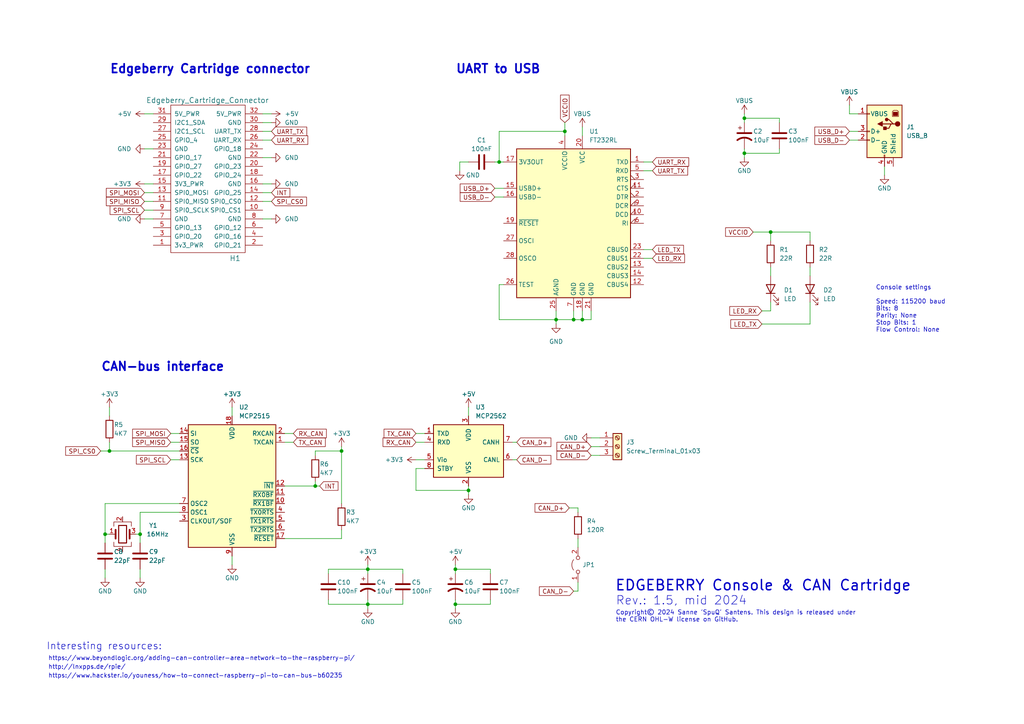
<source format=kicad_sch>
(kicad_sch (version 20231120) (generator "eeschema") (generator_version "8.0")
  (paper "A4")
  (lib_symbols
    (symbol "Connector:Screw_Terminal_01x03" (pin_names (offset 1.016) hide)
      (property "Reference" "J" (at 0 5.08 0))
      (property "Value" "Screw_Terminal_01x03" (at 0 -5.08 0))
      (symbol "Screw_Terminal_01x03_1_1"
        (rectangle (start -1.27 3.81) (end 1.27 -3.81) (stroke (width 0.254)) (fill (type background)))
        (circle (center 0 -2.54) (radius 0.635) (stroke (width 0.1524)))
        (polyline (pts (xy -0.5334 -2.2098) (xy 0.3302 -3.048)) (stroke (width 0.1524)))
        (polyline (pts (xy -0.5334 0.3302) (xy 0.3302 -0.508)) (stroke (width 0.1524)))
        (polyline (pts (xy -0.5334 2.8702) (xy 0.3302 2.032)) (stroke (width 0.1524)))
        (polyline (pts (xy -0.3556 -2.032) (xy 0.508 -2.8702)) (stroke (width 0.1524)))
        (polyline (pts (xy -0.3556 0.508) (xy 0.508 -0.3302)) (stroke (width 0.1524)))
        (polyline (pts (xy -0.3556 3.048) (xy 0.508 2.2098)) (stroke (width 0.1524)))
        (circle (center 0 0) (radius 0.635) (stroke (width 0.1524)))
        (circle (center 0 2.54) (radius 0.635) (stroke (width 0.1524)))
        (pin passive line (at -5.08 2.54 0) (length 3.81) (name "Pin_1") (number "1"))
        (pin passive line (at -5.08 0 0) (length 3.81) (name "Pin_2") (number "2"))
        (pin passive line (at -5.08 -2.54 0) (length 3.81) (name "Pin_3") (number "3"))
      )
    )
    (symbol "Connector:USB_B" (pin_names (offset 1.016))
      (property "Reference" "J" (at -5.08 11.43 0))
      (property "Value" "USB_B" (at -5.08 8.89 0))
      (symbol "USB_B_0_1"
        (rectangle (start -5.08 -7.62) (end 5.08 7.62) (stroke (width 0.254)) (fill (type background)))
        (circle (center -3.81 2.159) (radius 0.635) (stroke (width 0.254)) (fill (type outline)))
        (rectangle (start -3.81 5.588) (end -2.54 4.572) (fill (type outline)))
        (circle (center -0.635 3.429) (radius 0.381) (stroke (width 0.254)) (fill (type outline)))
        (rectangle (start -0.127 -7.62) (end 0.127 -6.858))
        (polyline (pts (xy -1.905 2.159) (xy 0.635 2.159)) (stroke (width 0.254)))
        (polyline (pts (xy -3.175 2.159) (xy -2.54 2.159) (xy -1.27 3.429) (xy -0.635 3.429)) (stroke (width 0.254)))
        (polyline (pts (xy -2.54 2.159) (xy -1.905 2.159) (xy -1.27 0.889) (xy 0 0.889)) (stroke (width 0.254)))
        (polyline (pts (xy 0.635 2.794) (xy 0.635 1.524) (xy 1.905 2.159) (xy 0.635 2.794)) (stroke (width 0.254)) (fill (type outline)))
        (polyline (pts (xy -4.064 4.318) (xy -2.286 4.318) (xy -2.286 5.715) (xy -2.667 6.096) (xy -3.683 6.096) (xy -4.064 5.715) (xy -4.064 4.318)))
        (rectangle (start 0.254 1.27) (end -0.508 0.508) (stroke (width 0.254)) (fill (type outline)))
        (rectangle (start 5.08 -2.667) (end 4.318 -2.413))
        (rectangle (start 5.08 -0.127) (end 4.318 0.127))
        (rectangle (start 5.08 4.953) (end 4.318 5.207))
      )
      (symbol "USB_B_1_1"
        (pin power_out line (at 7.62 5.08 180) (length 2.54) (name "VBUS") (number "1"))
        (pin bidirectional line (at 7.62 -2.54 180) (length 2.54) (name "D-") (number "2"))
        (pin bidirectional line (at 7.62 0 180) (length 2.54) (name "D+") (number "3"))
        (pin power_out line (at 0 -10.16 90) (length 2.54) (name "GND") (number "4"))
        (pin passive line (at -2.54 -10.16 90) (length 2.54) (name "Shield") (number "5"))
      )
    )
    (symbol "Device:C" (pin_numbers hide) (pin_names (offset 0.254))
      (property "Reference" "C" (at 0.635 2.54 0))
      (property "Value" "C" (at 0.635 -2.54 0))
      (symbol "C_0_1"
        (polyline (pts (xy -2.032 -0.762) (xy 2.032 -0.762)) (stroke (width 0.508)))
        (polyline (pts (xy -2.032 0.762) (xy 2.032 0.762)) (stroke (width 0.508)))
      )
      (symbol "C_1_1"
        (pin passive line (at 0 3.81 270) (length 2.794) (name "~") (number "1"))
        (pin passive line (at 0 -3.81 90) (length 2.794) (name "~") (number "2"))
      )
    )
    (symbol "Device:C_Polarized_US" (pin_numbers hide) (pin_names (offset 0.254) hide)
      (property "Reference" "C" (at 0.635 2.54 0))
      (property "Value" "C_Polarized_US" (at 0.635 -2.54 0))
      (symbol "C_Polarized_US_0_1"
        (polyline (pts (xy -2.032 0.762) (xy 2.032 0.762)) (stroke (width 0.508)))
        (polyline (pts (xy -1.778 2.286) (xy -0.762 2.286)))
        (polyline (pts (xy -1.27 1.778) (xy -1.27 2.794)))
        (arc (start 2.032 -1.27) (mid 0 -0.5572) (end -2.032 -1.27) (stroke (width 0.508)))
      )
      (symbol "C_Polarized_US_1_1"
        (pin passive line (at 0 3.81 270) (length 2.794) (name "~") (number "1"))
        (pin passive line (at 0 -3.81 90) (length 3.302) (name "~") (number "2"))
      )
    )
    (symbol "Device:Crystal_GND24" (pin_names (offset 1.016) hide)
      (property "Reference" "Y" (at 3.175 5.08 0))
      (property "Value" "Crystal_GND24" (at 3.175 3.175 0))
      (symbol "Crystal_GND24_0_1"
        (rectangle (start -1.143 2.54) (end 1.143 -2.54) (stroke (width 0.3048)))
        (polyline (pts (xy -2.54 0) (xy -2.032 0)))
        (polyline (pts (xy -2.032 -1.27) (xy -2.032 1.27)) (stroke (width 0.508)))
        (polyline (pts (xy 0 -3.81) (xy 0 -3.556)))
        (polyline (pts (xy 0 3.556) (xy 0 3.81)))
        (polyline (pts (xy 2.032 -1.27) (xy 2.032 1.27)) (stroke (width 0.508)))
        (polyline (pts (xy 2.032 0) (xy 2.54 0)))
        (polyline (pts (xy -2.54 -2.286) (xy -2.54 -3.556) (xy 2.54 -3.556) (xy 2.54 -2.286)))
        (polyline (pts (xy -2.54 2.286) (xy -2.54 3.556) (xy 2.54 3.556) (xy 2.54 2.286)))
      )
      (symbol "Crystal_GND24_1_1"
        (pin passive line (at -3.81 0 0) (length 1.27) (name "1") (number "1"))
        (pin passive line (at 0 5.08 270) (length 1.27) (name "2") (number "2"))
        (pin passive line (at 3.81 0 180) (length 1.27) (name "3") (number "3"))
        (pin passive line (at 0 -5.08 90) (length 1.27) (name "4") (number "4"))
      )
    )
    (symbol "Device:LED" (pin_numbers hide) (pin_names (offset 1.016) hide)
      (property "Reference" "D" (at 0 2.54 0))
      (property "Value" "LED" (at 0 -2.54 0))
      (symbol "LED_0_1"
        (polyline (pts (xy -1.27 -1.27) (xy -1.27 1.27)) (stroke (width 0.254)))
        (polyline (pts (xy -1.27 0) (xy 1.27 0)))
        (polyline (pts (xy 1.27 -1.27) (xy 1.27 1.27) (xy -1.27 0) (xy 1.27 -1.27)) (stroke (width 0.254)))
        (polyline (pts (xy -3.048 -0.762) (xy -4.572 -2.286) (xy -3.81 -2.286) (xy -4.572 -2.286) (xy -4.572 -1.524)))
        (polyline (pts (xy -1.778 -0.762) (xy -3.302 -2.286) (xy -2.54 -2.286) (xy -3.302 -2.286) (xy -3.302 -1.524)))
      )
      (symbol "LED_1_1"
        (pin passive line (at -3.81 0 0) (length 2.54) (name "K") (number "1"))
        (pin passive line (at 3.81 0 180) (length 2.54) (name "A") (number "2"))
      )
    )
    (symbol "Device:R" (pin_numbers hide) (pin_names (offset 0))
      (property "Reference" "R" (at 2.032 0 90))
      (property "Value" "R" (at 0 0 90))
      (symbol "R_0_1"
        (rectangle (start -1.016 -2.54) (end 1.016 2.54) (stroke (width 0.254)))
      )
      (symbol "R_1_1"
        (pin passive line (at 0 3.81 270) (length 1.27) (name "~") (number "1"))
        (pin passive line (at 0 -3.81 90) (length 1.27) (name "~") (number "2"))
      )
    )
    (symbol "Interface_CAN_LIN:MCP2515-xSO"
      (property "Reference" "U" (at -10.16 19.685 0))
      (property "Value" "MCP2515-xSO" (at 19.05 20.32 0))
      (symbol "MCP2515-xSO_0_1"
        (rectangle (start -12.7 17.78) (end 12.7 -17.78) (stroke (width 0.254)) (fill (type background)))
      )
      (symbol "MCP2515-xSO_1_1"
        (pin output line (at 15.24 12.7 180) (length 2.54) (name "TXCAN") (number "1"))
        (pin output line (at 15.24 -5.08 180) (length 2.54) (name "~{RX1BF}") (number "10"))
        (pin output line (at 15.24 -2.54 180) (length 2.54) (name "~{RX0BF}") (number "11"))
        (pin output line (at 15.24 0 180) (length 2.54) (name "~{INT}") (number "12"))
        (pin input line (at -15.24 7.62 0) (length 2.54) (name "SCK") (number "13"))
        (pin input line (at -15.24 15.24 0) (length 2.54) (name "SI") (number "14"))
        (pin output line (at -15.24 12.7 0) (length 2.54) (name "SO") (number "15"))
        (pin input line (at -15.24 10.16 0) (length 2.54) (name "~{CS}") (number "16"))
        (pin input line (at 15.24 -15.24 180) (length 2.54) (name "~{RESET}") (number "17"))
        (pin power_in line (at 0 20.32 270) (length 2.54) (name "VDD") (number "18"))
        (pin input line (at 15.24 15.24 180) (length 2.54) (name "RXCAN") (number "2"))
        (pin output line (at -15.24 -10.16 0) (length 2.54) (name "CLKOUT/SOF") (number "3"))
        (pin input line (at 15.24 -7.62 180) (length 2.54) (name "~{TX0RTS}") (number "4"))
        (pin input line (at 15.24 -10.16 180) (length 2.54) (name "~{TX1RTS}") (number "5"))
        (pin input line (at 15.24 -12.7 180) (length 2.54) (name "~{TX2RTS}") (number "6"))
        (pin output line (at -15.24 -5.08 0) (length 2.54) (name "OSC2") (number "7"))
        (pin input line (at -15.24 -7.62 0) (length 2.54) (name "OSC1") (number "8"))
        (pin power_in line (at 0 -20.32 90) (length 2.54) (name "VSS") (number "9"))
      )
    )
    (symbol "Interface_CAN_LIN:MCP2562-E-SN" (pin_names (offset 1.016))
      (property "Reference" "U" (at -10.16 8.89 0))
      (property "Value" "MCP2562-E-SN" (at 2.54 8.89 0))
      (symbol "MCP2562-E-SN_0_1"
        (rectangle (start -10.16 7.62) (end 10.16 -7.62) (stroke (width 0.254)) (fill (type background)))
      )
      (symbol "MCP2562-E-SN_1_1"
        (pin input line (at -12.7 5.08 0) (length 2.54) (name "TXD") (number "1"))
        (pin power_in line (at 0 -10.16 90) (length 2.54) (name "VSS") (number "2"))
        (pin power_in line (at 0 10.16 270) (length 2.54) (name "VDD") (number "3"))
        (pin output line (at -12.7 2.54 0) (length 2.54) (name "RXD") (number "4"))
        (pin power_in line (at -12.7 -2.54 0) (length 2.54) (name "Vio") (number "5"))
        (pin bidirectional line (at 12.7 -2.54 180) (length 2.54) (name "CANL") (number "6"))
        (pin bidirectional line (at 12.7 2.54 180) (length 2.54) (name "CANH") (number "7"))
        (pin input line (at -12.7 -5.08 0) (length 2.54) (name "STBY") (number "8"))
      )
    )
    (symbol "Interface_USB:FT232RL"
      (property "Reference" "U" (at -16.51 22.86 0))
      (property "Value" "FT232RL" (at 10.16 22.86 0))
      (symbol "FT232RL_0_1"
        (rectangle (start -16.51 21.59) (end 16.51 -21.59) (stroke (width 0.254)) (fill (type background)))
      )
      (symbol "FT232RL_1_1"
        (pin output line (at 20.32 17.78 180) (length 3.81) (name "TXD") (number "1"))
        (pin input input_low (at 20.32 2.54 180) (length 3.81) (name "DCD") (number "10"))
        (pin input input_low (at 20.32 10.16 180) (length 3.81) (name "CTS") (number "11"))
        (pin bidirectional line (at 20.32 -17.78 180) (length 3.81) (name "CBUS4") (number "12"))
        (pin bidirectional line (at 20.32 -12.7 180) (length 3.81) (name "CBUS2") (number "13"))
        (pin bidirectional line (at 20.32 -15.24 180) (length 3.81) (name "CBUS3") (number "14"))
        (pin bidirectional line (at -20.32 10.16 0) (length 3.81) (name "USBD+") (number "15"))
        (pin bidirectional line (at -20.32 7.62 0) (length 3.81) (name "USBD-") (number "16"))
        (pin power_out line (at -20.32 17.78 0) (length 3.81) (name "3V3OUT") (number "17"))
        (pin power_in line (at 2.54 -25.4 90) (length 3.81) (name "GND") (number "18"))
        (pin input line (at -20.32 0 0) (length 3.81) (name "~{RESET}") (number "19"))
        (pin output output_low (at 20.32 7.62 180) (length 3.81) (name "DTR") (number "2"))
        (pin power_in line (at 2.54 25.4 270) (length 3.81) (name "VCC") (number "20"))
        (pin power_in line (at 5.08 -25.4 90) (length 3.81) (name "GND") (number "21"))
        (pin bidirectional line (at 20.32 -10.16 180) (length 3.81) (name "CBUS1") (number "22"))
        (pin bidirectional line (at 20.32 -7.62 180) (length 3.81) (name "CBUS0") (number "23"))
        (pin power_in line (at -5.08 -25.4 90) (length 3.81) (name "AGND") (number "25"))
        (pin input line (at -20.32 -17.78 0) (length 3.81) (name "TEST") (number "26"))
        (pin input line (at -20.32 -5.08 0) (length 3.81) (name "OSCI") (number "27"))
        (pin output line (at -20.32 -10.16 0) (length 3.81) (name "OSCO") (number "28"))
        (pin output output_low (at 20.32 12.7 180) (length 3.81) (name "RTS") (number "3"))
        (pin power_in line (at -2.54 25.4 270) (length 3.81) (name "VCCIO") (number "4"))
        (pin input line (at 20.32 15.24 180) (length 3.81) (name "RXD") (number "5"))
        (pin input input_low (at 20.32 0 180) (length 3.81) (name "RI") (number "6"))
        (pin power_in line (at 0 -25.4 90) (length 3.81) (name "GND") (number "7"))
        (pin input input_low (at 20.32 5.08 180) (length 3.81) (name "DCR") (number "9"))
      )
    )
    (symbol "Jumper:Jumper_2_Open" (pin_names (offset 0) hide)
      (property "Reference" "JP" (at 0 2.794 0))
      (property "Value" "Jumper_2_Open" (at 0 -2.286 0))
      (symbol "Jumper_2_Open_0_0"
        (circle (center -2.032 0) (radius 0.508))
        (circle (center 2.032 0) (radius 0.508))
      )
      (symbol "Jumper_2_Open_0_1"
        (arc (start 1.524 1.27) (mid 0 1.778) (end -1.524 1.27))
      )
      (symbol "Jumper_2_Open_1_1"
        (pin passive line (at -5.08 0 0) (length 2.54) (name "A") (number "1"))
        (pin passive line (at 5.08 0 180) (length 2.54) (name "B") (number "2"))
      )
    )
    (symbol "emcosys:EdgeBerry_IO" (pin_names (offset 1.016))
      (property "Reference" "H1" (at 7.239 -25.4 0))
      (property "Value" "Edgeberry_Cartridge_Header" (at -0.762 20.447 0))
      (symbol "EdgeBerry_IO_0_1"
        (rectangle (start -11.43 19.05) (end 10.16 -23.749))
      )
      (symbol "EdgeBerry_IO_1_1"
        (pin input line (at -16.51 -21.59 0) (length 5.08) (name "3v3_PWR") (number "1"))
        (pin input line (at 15.24 -11.43 180) (length 5.08) (name "SPI0_CS1") (number "10"))
        (pin input line (at -16.51 -8.89 0) (length 5.08) (name "SPI0_MISO") (number "11"))
        (pin input line (at 15.24 -8.89 180) (length 5.08) (name "SPI0_CS0") (number "12"))
        (pin input line (at -16.51 -6.35 0) (length 5.08) (name "SPI0_MOSI") (number "13"))
        (pin input line (at 15.24 -6.35 180) (length 5.08) (name "GPIO_25") (number "14"))
        (pin input line (at -16.51 -3.81 0) (length 5.08) (name "3V3_PWR") (number "15"))
        (pin input line (at 15.24 -3.81 180) (length 5.08) (name "GND") (number "16"))
        (pin input line (at -16.51 -1.27 0) (length 5.08) (name "GPIO_22") (number "17"))
        (pin input line (at 15.24 -1.27 180) (length 5.08) (name "GPIO_24") (number "18"))
        (pin input line (at -16.51 1.27 0) (length 5.08) (name "GPIO_27") (number "19"))
        (pin input line (at 15.24 -21.59 180) (length 5.08) (name "GPIO_21") (number "2"))
        (pin input line (at 15.24 1.27 180) (length 5.08) (name "GPIO_23") (number "20"))
        (pin input line (at -16.51 3.81 0) (length 5.08) (name "GPIO_17") (number "21"))
        (pin input line (at 15.24 3.81 180) (length 5.08) (name "GND") (number "22"))
        (pin input line (at -16.51 6.35 0) (length 5.08) (name "GND") (number "23"))
        (pin input line (at 15.24 6.35 180) (length 5.08) (name "GPIO_18") (number "24"))
        (pin input line (at -16.51 8.89 0) (length 5.08) (name "GPIO_4") (number "25"))
        (pin input line (at 15.24 8.89 180) (length 5.08) (name "UART_RX") (number "26"))
        (pin input line (at -16.51 11.43 0) (length 5.08) (name "I2C1_SCL") (number "27"))
        (pin input line (at 15.24 11.43 180) (length 5.08) (name "UART_TX") (number "28"))
        (pin input line (at -16.51 13.97 0) (length 5.08) (name "I2C1_SDA") (number "29"))
        (pin input line (at -16.51 -19.05 0) (length 5.08) (name "GPIO_20") (number "3"))
        (pin input line (at 15.24 13.97 180) (length 5.08) (name "GND") (number "30"))
        (pin input line (at -16.51 16.51 0) (length 5.08) (name "5V_PWR") (number "31"))
        (pin input line (at 15.24 16.51 180) (length 5.08) (name "5V_PWR") (number "32"))
        (pin input line (at 15.24 -19.05 180) (length 5.08) (name "GPIO_16") (number "4"))
        (pin input line (at -16.51 -16.51 0) (length 5.08) (name "GPIO_13") (number "5"))
        (pin input line (at 15.24 -16.51 180) (length 5.08) (name "GPIO_12") (number "6"))
        (pin input line (at -16.51 -13.97 0) (length 5.08) (name "GND") (number "7"))
        (pin input line (at 15.24 -13.97 180) (length 5.08) (name "GND") (number "8"))
        (pin input line (at -16.51 -11.43 0) (length 5.08) (name "SPI0_SCLK") (number "9"))
      )
    )
    (symbol "power:+3V3" (power) (pin_names (offset 0))
      (property "Value" "+3V3" (at 0 3.556 0))
      (symbol "+3V3_0_1"
        (polyline (pts (xy -0.762 1.27) (xy 0 2.54)))
        (polyline (pts (xy 0 0) (xy 0 2.54)))
        (polyline (pts (xy 0 2.54) (xy 0.762 1.27)))
      )
      (symbol "+3V3_1_1"
        (pin power_in line (at 0 0 90) (length 0) hide (name "+3V3") (number "1"))
      )
    )
    (symbol "power:+5V" (power) (pin_names (offset 0))
      (property "Value" "+5V" (at 0 3.556 0))
      (symbol "+5V_0_1"
        (polyline (pts (xy -0.762 1.27) (xy 0 2.54)))
        (polyline (pts (xy 0 0) (xy 0 2.54)))
        (polyline (pts (xy 0 2.54) (xy 0.762 1.27)))
      )
      (symbol "+5V_1_1"
        (pin power_in line (at 0 0 90) (length 0) hide (name "+5V") (number "1"))
      )
    )
    (symbol "power:GND" (power) (pin_names (offset 0))
      (property "Value" "GND" (at 0 -3.81 0))
      (symbol "GND_0_1"
        (polyline (pts (xy 0 0) (xy 0 -1.27) (xy 1.27 -1.27) (xy 0 -2.54) (xy -1.27 -1.27) (xy 0 -1.27)))
      )
      (symbol "GND_1_1"
        (pin power_in line (at 0 0 270) (length 0) hide (name "GND") (number "1"))
      )
    )
    (symbol "power:VBUS" (power) (pin_names (offset 0))
      (property "Value" "VBUS" (at 0 3.81 0))
      (symbol "VBUS_0_1"
        (polyline (pts (xy -0.762 1.27) (xy 0 2.54)))
        (polyline (pts (xy 0 0) (xy 0 2.54)))
        (polyline (pts (xy 0 2.54) (xy 0.762 1.27)))
      )
      (symbol "VBUS_1_1"
        (pin power_in line (at 0 0 90) (length 0) hide (name "VBUS") (number "1"))
      )
    )
  )
  (junction (at 215.9 44.45))
  (junction (at 166.37 92.71))
  (junction (at 161.29 92.71))
  (junction (at 215.9 34.29))
  (junction (at 91.44 140.97))
  (junction (at 40.64 154.94))
  (junction (at 99.06 130.81))
  (junction (at 135.89 142.24))
  (junction (at 31.75 130.81))
  (junction (at 106.68 175.26))
  (junction (at 132.08 175.26))
  (junction (at 106.68 165.1))
  (junction (at 223.52 67.31))
  (junction (at 163.83 38.1))
  (junction (at 168.91 92.71))
  (junction (at 132.08 165.1))
  (junction (at 144.78 46.99))
  (junction (at 30.48 154.94))
  (wire (pts (xy 76.2 53.34) (xy 78.74 53.34)))
  (wire (pts (xy 116.84 173.99) (xy 116.84 175.26)))
  (wire (pts (xy 246.38 38.1) (xy 248.92 38.1)))
  (wire (pts (xy 168.91 36.83) (xy 168.91 39.37)))
  (wire (pts (xy 234.95 67.31) (xy 234.95 69.85)))
  (wire (pts (xy 171.45 90.17) (xy 171.45 92.71)))
  (wire (pts (xy 67.31 161.29) (xy 67.31 163.83)))
  (wire (pts (xy 76.2 33.02) (xy 78.74 33.02)))
  (wire (pts (xy 215.9 44.45) (xy 215.9 45.72)))
  (wire (pts (xy 167.64 168.91) (xy 167.64 171.45)))
  (wire (pts (xy 82.55 140.97) (xy 91.44 140.97)))
  (wire (pts (xy 161.29 92.71) (xy 161.29 93.98)))
  (wire (pts (xy 120.65 135.89) (xy 120.65 142.24)))
  (wire (pts (xy 41.91 58.42) (xy 44.45 58.42)))
  (wire (pts (xy 31.75 130.81) (xy 52.07 130.81)))
  (wire (pts (xy 67.31 118.11) (xy 67.31 120.65)))
  (wire (pts (xy 246.38 33.02) (xy 248.92 33.02)))
  (wire (pts (xy 76.2 45.72) (xy 78.74 45.72)))
  (wire (pts (xy 166.37 171.45) (xy 167.64 171.45)))
  (wire (pts (xy 76.2 58.42) (xy 78.74 58.42)))
  (wire (pts (xy 215.9 43.18) (xy 215.9 44.45)))
  (wire (pts (xy 106.68 175.26) (xy 106.68 176.53)))
  (wire (pts (xy 226.06 44.45) (xy 215.9 44.45)))
  (wire (pts (xy 76.2 40.64) (xy 78.74 40.64)))
  (wire (pts (xy 143.51 54.61) (xy 146.05 54.61)))
  (wire (pts (xy 29.21 130.81) (xy 31.75 130.81)))
  (wire (pts (xy 120.65 128.27) (xy 123.19 128.27)))
  (wire (pts (xy 167.64 156.21) (xy 167.64 158.75)))
  (wire (pts (xy 143.51 57.15) (xy 146.05 57.15)))
  (wire (pts (xy 120.65 125.73) (xy 123.19 125.73)))
  (wire (pts (xy 186.69 49.53) (xy 189.23 49.53)))
  (wire (pts (xy 234.95 77.47) (xy 234.95 80.01)))
  (wire (pts (xy 120.65 133.35) (xy 123.19 133.35)))
  (wire (pts (xy 95.25 173.99) (xy 95.25 175.26)))
  (wire (pts (xy 144.78 92.71) (xy 161.29 92.71)))
  (wire (pts (xy 135.89 140.97) (xy 135.89 142.24)))
  (wire (pts (xy 166.37 90.17) (xy 166.37 92.71)))
  (wire (pts (xy 144.78 82.55) (xy 144.78 92.71)))
  (wire (pts (xy 40.64 154.94) (xy 40.64 148.59)))
  (wire (pts (xy 171.45 127) (xy 173.99 127)))
  (wire (pts (xy 246.38 40.64) (xy 248.92 40.64)))
  (wire (pts (xy 148.59 128.27) (xy 149.86 128.27)))
  (wire (pts (xy 116.84 175.26) (xy 106.68 175.26)))
  (wire (pts (xy 226.06 35.56) (xy 226.06 34.29)))
  (wire (pts (xy 40.64 165.1) (xy 40.64 167.64)))
  (wire (pts (xy 142.24 173.99) (xy 142.24 175.26)))
  (wire (pts (xy 76.2 35.56) (xy 78.74 35.56)))
  (wire (pts (xy 91.44 132.08) (xy 91.44 130.81)))
  (wire (pts (xy 99.06 153.67) (xy 99.06 156.21)))
  (wire (pts (xy 30.48 165.1) (xy 30.48 167.64)))
  (wire (pts (xy 116.84 165.1) (xy 106.68 165.1)))
  (wire (pts (xy 41.91 55.88) (xy 44.45 55.88)))
  (wire (pts (xy 132.08 175.26) (xy 142.24 175.26)))
  (wire (pts (xy 82.55 128.27) (xy 85.09 128.27)))
  (wire (pts (xy 41.91 53.34) (xy 44.45 53.34)))
  (wire (pts (xy 223.52 67.31) (xy 223.52 69.85)))
  (wire (pts (xy 135.89 46.99) (xy 133.35 46.99)))
  (wire (pts (xy 161.29 90.17) (xy 161.29 92.71)))
  (wire (pts (xy 144.78 46.99) (xy 146.05 46.99)))
  (wire (pts (xy 30.48 154.94) (xy 31.75 154.94)))
  (wire (pts (xy 41.91 60.96) (xy 44.45 60.96)))
  (wire (pts (xy 163.83 35.56) (xy 163.83 38.1)))
  (wire (pts (xy 41.91 63.5) (xy 44.45 63.5)))
  (wire (pts (xy 135.89 142.24) (xy 135.89 143.51)))
  (wire (pts (xy 132.08 163.83) (xy 132.08 165.1)))
  (wire (pts (xy 165.1 147.32) (xy 167.64 147.32)))
  (wire (pts (xy 116.84 166.37) (xy 116.84 165.1)))
  (wire (pts (xy 95.25 175.26) (xy 106.68 175.26)))
  (wire (pts (xy 40.64 157.48) (xy 40.64 154.94)))
  (wire (pts (xy 30.48 154.94) (xy 30.48 146.05)))
  (wire (pts (xy 132.08 165.1) (xy 142.24 165.1)))
  (wire (pts (xy 31.75 128.27) (xy 31.75 130.81)))
  (wire (pts (xy 39.37 154.94) (xy 40.64 154.94)))
  (wire (pts (xy 120.65 142.24) (xy 135.89 142.24)))
  (wire (pts (xy 99.06 130.81) (xy 99.06 146.05)))
  (wire (pts (xy 186.69 72.39) (xy 189.23 72.39)))
  (wire (pts (xy 95.25 165.1) (xy 95.25 166.37)))
  (wire (pts (xy 142.24 166.37) (xy 142.24 165.1)))
  (wire (pts (xy 82.55 125.73) (xy 85.09 125.73)))
  (wire (pts (xy 30.48 157.48) (xy 30.48 154.94)))
  (wire (pts (xy 41.91 43.18) (xy 44.45 43.18)))
  (wire (pts (xy 168.91 92.71) (xy 171.45 92.71)))
  (wire (pts (xy 226.06 43.18) (xy 226.06 44.45)))
  (wire (pts (xy 215.9 34.29) (xy 215.9 35.56)))
  (wire (pts (xy 168.91 90.17) (xy 168.91 92.71)))
  (wire (pts (xy 220.98 90.17) (xy 223.52 90.17)))
  (wire (pts (xy 91.44 140.97) (xy 92.71 140.97)))
  (wire (pts (xy 144.78 38.1) (xy 144.78 46.99)))
  (wire (pts (xy 132.08 173.99) (xy 132.08 175.26)))
  (wire (pts (xy 135.89 118.11) (xy 135.89 120.65)))
  (wire (pts (xy 171.45 132.08) (xy 173.99 132.08)))
  (wire (pts (xy 106.68 165.1) (xy 106.68 166.37)))
  (wire (pts (xy 223.52 67.31) (xy 234.95 67.31)))
  (wire (pts (xy 41.91 33.02) (xy 44.45 33.02)))
  (wire (pts (xy 220.98 93.98) (xy 234.95 93.98)))
  (wire (pts (xy 186.69 74.93) (xy 189.23 74.93)))
  (wire (pts (xy 132.08 165.1) (xy 132.08 166.37)))
  (wire (pts (xy 171.45 129.54) (xy 173.99 129.54)))
  (wire (pts (xy 163.83 39.37) (xy 163.83 38.1)))
  (wire (pts (xy 246.38 30.48) (xy 246.38 33.02)))
  (wire (pts (xy 106.68 173.99) (xy 106.68 175.26)))
  (wire (pts (xy 99.06 129.54) (xy 99.06 130.81)))
  (wire (pts (xy 133.35 46.99) (xy 133.35 49.53)))
  (wire (pts (xy 40.64 148.59) (xy 52.07 148.59)))
  (wire (pts (xy 146.05 82.55) (xy 144.78 82.55)))
  (wire (pts (xy 215.9 34.29) (xy 226.06 34.29)))
  (wire (pts (xy 123.19 135.89) (xy 120.65 135.89)))
  (wire (pts (xy 49.53 128.27) (xy 52.07 128.27)))
  (wire (pts (xy 218.44 67.31) (xy 223.52 67.31)))
  (wire (pts (xy 186.69 46.99) (xy 189.23 46.99)))
  (wire (pts (xy 223.52 90.17) (xy 223.52 87.63)))
  (wire (pts (xy 91.44 139.7) (xy 91.44 140.97)))
  (wire (pts (xy 163.83 38.1) (xy 144.78 38.1)))
  (wire (pts (xy 106.68 163.83) (xy 106.68 165.1)))
  (wire (pts (xy 215.9 33.02) (xy 215.9 34.29)))
  (wire (pts (xy 76.2 63.5) (xy 78.74 63.5)))
  (wire (pts (xy 82.55 156.21) (xy 99.06 156.21)))
  (wire (pts (xy 31.75 118.11) (xy 31.75 120.65)))
  (wire (pts (xy 143.51 46.99) (xy 144.78 46.99)))
  (wire (pts (xy 148.59 133.35) (xy 149.86 133.35)))
  (wire (pts (xy 161.29 92.71) (xy 166.37 92.71)))
  (wire (pts (xy 166.37 92.71) (xy 168.91 92.71)))
  (wire (pts (xy 256.54 48.26) (xy 256.54 50.8)))
  (wire (pts (xy 106.68 165.1) (xy 95.25 165.1)))
  (wire (pts (xy 223.52 77.47) (xy 223.52 80.01)))
  (wire (pts (xy 167.64 147.32) (xy 167.64 148.59)))
  (wire (pts (xy 49.53 125.73) (xy 52.07 125.73)))
  (wire (pts (xy 132.08 175.26) (xy 132.08 176.53)))
  (wire (pts (xy 30.48 146.05) (xy 52.07 146.05)))
  (wire (pts (xy 76.2 38.1) (xy 78.74 38.1)))
  (wire (pts (xy 234.95 93.98) (xy 234.95 87.63)))
  (wire (pts (xy 91.44 130.81) (xy 99.06 130.81)))
  (wire (pts (xy 49.53 133.35) (xy 52.07 133.35)))
  (wire (pts (xy 76.2 55.88) (xy 78.74 55.88)))
  (text "Interesting resources:" (at 13.462 188.722 0) (effects (font (size 2.032 2.032)) (justify left bottom)))
  (text "http://lnxpps.de/rpie/" (at 13.97 194.31 0) (effects (font (size 1.27 1.27)) (justify left bottom)))
  (text "https://www.beyondlogic.org/adding-can-controller-area-network-to-the-raspberry-pi/" (at 13.97 191.77 0) (effects (font (size 1.27 1.27)) (justify left bottom)))
  (text "CAN-bus interface" (at 29.21 107.95 0) (effects (font (size 2.5 2.5) (thickness 0.5) (bold yes)) (justify left bottom)))
  (text "EDGEBERRY Console & CAN Cartridge" (at 178.308 171.704 0) (effects (font (size 3 3) (thickness 0.4) (bold yes)) (justify left bottom)))
  (text "UART to USB" (at 132.08 21.59 0) (effects (font (size 2.5 2.5) (thickness 0.5) (bold yes)) (justify left bottom)))
  (text "https://www.hackster.io/youness/how-to-connect-raspberry-pi-to-can-bus-b60235" (at 13.97 196.85 0) (effects (font (size 1.27 1.27)) (justify left bottom)))
  (text "Rev.: 1.5, mid 2024\n" (at 178.562 175.768 0) (effects (font (size 2.4892 2.4892)) (justify left bottom)))
  (text "Copyright© 2024 Sanne 'SpuQ' Santens. This design is released under\nthe CERN OHL-W license on GitHub." (at 178.562 178.816 0) (effects (font (size 1.27 1.27)) (justify left)))
  (text "Edgeberry Cartridge connector" (at 31.75 21.59 0) (effects (font (size 2.5 2.5) (thickness 0.5) (bold yes)) (justify left bottom)))
  (text "Console settings\n\nSpeed: 115200 baud\nBits: 8\nParity: None\nStop Bits: 1\nFlow Control: None" (at 254 96.52 0) (effects (font (size 1.27 1.27)) (justify left bottom)))
  (global_label "CAN_D-" (shape input) (at 149.86 133.35 0) (property "Intersheetrefs" "${INTERSHEET_REFS}" (effects (hide yes))))
  (global_label "USB_D-" (shape input) (at 246.38 40.64 180) (property "Intersheetrefs" "${INTERSHEET_REFS}" (effects (hide yes))))
  (global_label "USB_D-" (shape input) (at 143.51 57.15 180) (property "Intersheetrefs" "${INTERSHEET_REFS}" (effects (hide yes))))
  (global_label "USB_D+" (shape input) (at 246.38 38.1 180) (property "Intersheetrefs" "${INTERSHEET_REFS}" (effects (hide yes))))
  (global_label "CAN_D+" (shape input) (at 171.45 129.54 180) (property "Intersheetrefs" "${INTERSHEET_REFS}" (effects (hide yes))))
  (global_label "USB_D+" (shape input) (at 143.51 54.61 180) (property "Intersheetrefs" "${INTERSHEET_REFS}" (effects (hide yes))))
  (global_label "SPI_MISO" (shape input) (at 41.91 58.42 180) (property "Intersheetrefs" "${INTERSHEET_REFS}" (effects (hide yes))))
  (global_label "LED_RX" (shape input) (at 220.98 90.17 180) (property "Intersheetrefs" "${INTERSHEET_REFS}" (effects (hide yes))))
  (global_label "INT" (shape input) (at 92.71 140.97 0) (property "Intersheetrefs" "${INTERSHEET_REFS}" (effects (hide yes))))
  (global_label "TX_CAN" (shape input) (at 85.09 128.27 0) (property "Intersheetrefs" "${INTERSHEET_REFS}" (effects (hide yes))))
  (global_label "INT" (shape input) (at 78.74 55.88 0) (property "Intersheetrefs" "${INTERSHEET_REFS}" (effects (hide yes))))
  (global_label "SPI_CS0" (shape input) (at 29.21 130.81 180) (property "Intersheetrefs" "${INTERSHEET_REFS}" (effects (hide yes))))
  (global_label "SPI_CS0" (shape input) (at 78.74 58.42 0) (property "Intersheetrefs" "${INTERSHEET_REFS}" (effects (hide yes))))
  (global_label "UART_TX" (shape input) (at 189.23 49.53 0) (property "Intersheetrefs" "${INTERSHEET_REFS}" (effects (hide yes))))
  (global_label "CAN_D-" (shape input) (at 171.45 132.08 180) (property "Intersheetrefs" "${INTERSHEET_REFS}" (effects (hide yes))))
  (global_label "CAN_D+" (shape input) (at 149.86 128.27 0) (property "Intersheetrefs" "${INTERSHEET_REFS}" (effects (hide yes))))
  (global_label "LED_RX" (shape input) (at 189.23 74.93 0) (property "Intersheetrefs" "${INTERSHEET_REFS}" (effects (hide yes))))
  (global_label "TX_CAN" (shape input) (at 120.65 125.73 180) (property "Intersheetrefs" "${INTERSHEET_REFS}" (effects (hide yes))))
  (global_label "RX_CAN" (shape input) (at 85.09 125.73 0) (property "Intersheetrefs" "${INTERSHEET_REFS}" (effects (hide yes))))
  (global_label "SPI_MISO" (shape input) (at 49.53 128.27 180) (property "Intersheetrefs" "${INTERSHEET_REFS}" (effects (hide yes))))
  (global_label "SPI_SCL" (shape input) (at 49.53 133.35 180) (property "Intersheetrefs" "${INTERSHEET_REFS}" (effects (hide yes))))
  (global_label "LED_TX" (shape input) (at 220.98 93.98 180) (property "Intersheetrefs" "${INTERSHEET_REFS}" (effects (hide yes))))
  (global_label "VCCIO" (shape input) (at 218.44 67.31 180) (property "Intersheetrefs" "${INTERSHEET_REFS}" (effects (hide yes))))
  (global_label "CAN_D+" (shape input) (at 165.1 147.32 180) (property "Intersheetrefs" "${INTERSHEET_REFS}" (effects (hide yes))))
  (global_label "UART_RX" (shape input) (at 78.74 40.64 0) (property "Intersheetrefs" "${INTERSHEET_REFS}" (effects (hide yes))))
  (global_label "LED_TX" (shape input) (at 189.23 72.39 0) (property "Intersheetrefs" "${INTERSHEET_REFS}" (effects (hide yes))))
  (global_label "SPI_MOSI" (shape input) (at 41.91 55.88 180) (property "Intersheetrefs" "${INTERSHEET_REFS}" (effects (hide yes))))
  (global_label "UART_RX" (shape input) (at 189.23 46.99 0) (property "Intersheetrefs" "${INTERSHEET_REFS}" (effects (hide yes))))
  (global_label "RX_CAN" (shape input) (at 120.65 128.27 180) (property "Intersheetrefs" "${INTERSHEET_REFS}" (effects (hide yes))))
  (global_label "CAN_D-" (shape input) (at 166.37 171.45 180) (property "Intersheetrefs" "${INTERSHEET_REFS}" (effects (hide yes))))
  (global_label "VCCIO" (shape input) (at 163.83 35.56 90) (property "Intersheetrefs" "${INTERSHEET_REFS}" (effects (hide yes))))
  (global_label "SPI_SCL" (shape input) (at 41.91 60.96 180) (property "Intersheetrefs" "${INTERSHEET_REFS}" (effects (hide yes))))
  (global_label "SPI_MOSI" (shape input) (at 49.53 125.73 180) (property "Intersheetrefs" "${INTERSHEET_REFS}" (effects (hide yes))))
  (global_label "UART_TX" (shape input) (at 78.74 38.1 0) (property "Intersheetrefs" "${INTERSHEET_REFS}" (effects (hide yes))))
  (symbol (lib_id "emcosys:EdgeBerry_IO") (at 60.96 49.53 0) (unit 1)
    (property "Reference" "H1" (at 68.199 74.93 0) (effects (font (size 1.524 1.524))))
    (property "Value" "Edgeberry_Cartridge_Connector" (at 60.198 29.083 0) (effects (font (size 1.524 1.524))))
    (property "Footprint" "Connector_PinHeader_2.54mm:PinHeader_2x16_P2.54mm_Horizontal" (effects (hide yes)))
  )
  (symbol (lib_id "power:+3V3") (at 41.91 53.34 90) (unit 1)
    (property "Reference" "#PWR0126" (effects (hide yes)))
    (property "Value" "+3V3" (at 38.1 53.3399 90) (effects (justify left)))
  )
  (symbol (lib_id "power:GND") (at 106.68 176.53 0) (unit 1)
    (property "Reference" "#PWR0114" (effects (hide yes)))
    (property "Value" "GND" (at 106.68 180.34 0))
  )
  (symbol (lib_id "Device:C") (at 139.7 46.99 90) (unit 1)
    (property "Reference" "C1" (at 139.7 40.64 90))
    (property "Value" "100nF" (at 139.7 43.18 90))
    (property "Footprint" "Capacitor_SMD:C_0805_2012Metric" (effects (hide yes)))
  )
  (symbol (lib_id "Device:C_Polarized_US") (at 106.68 170.18 0) (unit 1)
    (property "Reference" "C4" (at 109.22 168.91 0) (effects (justify left)))
    (property "Value" "10uF" (at 109.22 171.45 0) (effects (justify left)))
    (property "Footprint" "Capacitor_SMD:CP_Elec_4x5.4" (effects (hide yes)))
  )
  (symbol (lib_id "power:VBUS") (at 215.9 33.02 0) (unit 1)
    (property "Reference" "#PWR0101" (effects (hide yes)))
    (property "Value" "VBUS" (at 215.9 29.21 0))
  )
  (symbol (lib_id "Device:C") (at 30.48 161.29 0) (unit 1)
    (property "Reference" "C8" (at 33.02 160.02 0) (effects (justify left)))
    (property "Value" "22pF" (at 33.02 162.56 0) (effects (justify left)))
    (property "Footprint" "Capacitor_SMD:C_0805_2012Metric" (effects (hide yes)))
  )
  (symbol (lib_id "power:+3V3") (at 99.06 129.54 0) (unit 1)
    (property "Reference" "#PWR0118" (effects (hide yes)))
    (property "Value" "+3V3" (at 99.06 125.73 0))
  )
  (symbol (lib_id "Device:C") (at 95.25 170.18 0) (unit 1)
    (property "Reference" "C10" (at 97.79 168.91 0) (effects (justify left)))
    (property "Value" "100nF" (at 97.79 171.45 0) (effects (justify left)))
    (property "Footprint" "Capacitor_SMD:C_0805_2012Metric" (effects (hide yes)))
  )
  (symbol (lib_id "power:+5V") (at 132.08 163.83 0) (unit 1)
    (property "Reference" "#PWR0113" (effects (hide yes)))
    (property "Value" "+5V" (at 132.08 160.02 0))
  )
  (symbol (lib_id "Device:C") (at 116.84 170.18 0) (unit 1)
    (property "Reference" "C5" (at 119.38 168.91 0) (effects (justify left)))
    (property "Value" "100nF" (at 119.38 171.45 0) (effects (justify left)))
    (property "Footprint" "Capacitor_SMD:C_0805_2012Metric" (effects (hide yes)))
  )
  (symbol (lib_id "Device:R") (at 167.64 152.4 0) (unit 1)
    (property "Reference" "R4" (at 170.18 151.1299 0) (effects (justify left)))
    (property "Value" "120R" (at 170.18 153.6699 0) (effects (justify left)))
    (property "Footprint" "Resistor_SMD:R_0805_2012Metric" (effects (hide yes)))
  )
  (symbol (lib_id "power:+5V") (at 41.91 33.02 90) (unit 1)
    (property "Reference" "#PWR0124" (effects (hide yes)))
    (property "Value" "+5V" (at 38.1 33.0199 90) (effects (justify left)))
  )
  (symbol (lib_id "power:GND") (at 30.48 167.64 0) (unit 1)
    (property "Reference" "#PWR0117" (effects (hide yes)))
    (property "Value" "GND" (at 30.48 171.45 0))
  )
  (symbol (lib_id "power:GND") (at 41.91 63.5 270) (unit 1)
    (property "Reference" "#PWR0127" (effects (hide yes)))
    (property "Value" "GND" (at 38.1 63.4999 90) (effects (justify right)))
  )
  (symbol (lib_id "power:GND") (at 171.45 127 270) (unit 1)
    (property "Reference" "#PWR0128" (effects (hide yes)))
    (property "Value" "GND" (at 167.64 126.9999 90) (effects (justify right)))
  )
  (symbol (lib_id "power:GND") (at 132.08 176.53 0) (unit 1)
    (property "Reference" "#PWR0112" (effects (hide yes)))
    (property "Value" "GND" (at 132.08 180.34 0))
  )
  (symbol (lib_id "power:GND") (at 133.35 49.53 0) (unit 1)
    (property "Reference" "#PWR0108" (effects (hide yes)))
    (property "Value" "GND" (at 137.16 50.8 0))
  )
  (symbol (lib_id "Interface_USB:FT232RL") (at 166.37 64.77 0) (unit 1)
    (property "Reference" "U1" (at 170.9294 38.1 0) (effects (justify left)))
    (property "Value" "FT232RL" (at 170.9294 40.64 0) (effects (justify left)))
    (property "Footprint" "Package_SO:SSOP-28_5.3x10.2mm_P0.65mm" (effects (hide yes)))
    (property "Datasheet" "https://www.ftdichip.com/Support/Documents/DataSheets/ICs/DS_FT232R.pdf" (effects (hide yes)))
  )
  (symbol (lib_id "Device:R") (at 234.95 73.66 0) (unit 1)
    (property "Reference" "R2" (at 237.49 72.3899 0) (effects (justify left)))
    (property "Value" "22R" (at 237.49 74.9299 0) (effects (justify left)))
    (property "Footprint" "Resistor_SMD:R_0805_2012Metric" (effects (hide yes)))
  )
  (symbol (lib_id "power:GND") (at 67.31 163.83 0) (unit 1)
    (property "Reference" "#PWR0111" (effects (hide yes)))
    (property "Value" "GND" (at 67.31 167.64 0))
  )
  (symbol (lib_id "Jumper:Jumper_2_Open") (at 167.64 163.83 90) (unit 1)
    (property "Reference" "JP1" (at 168.91 163.8299 90) (effects (justify right)))
    (property "Value" "Jumper_2_Open" (effects (hide yes)))
    (property "Footprint" "Connector_PinHeader_2.54mm:PinHeader_1x02_P2.54mm_Vertical" (effects (hide yes)))
  )
  (symbol (lib_id "Device:C") (at 226.06 39.37 0) (unit 1)
    (property "Reference" "C3" (at 228.6 38.1 0) (effects (justify left)))
    (property "Value" "100nF" (at 228.6 40.64 0) (effects (justify left)))
    (property "Footprint" "Capacitor_SMD:C_0805_2012Metric" (effects (hide yes)))
  )
  (symbol (lib_id "power:VBUS") (at 168.91 36.83 0) (unit 1)
    (property "Reference" "#PWR0106" (effects (hide yes)))
    (property "Value" "VBUS" (at 168.91 33.02 0))
  )
  (symbol (lib_id "Device:R") (at 91.44 135.89 0) (unit 1)
    (property "Reference" "R6" (at 92.71 134.62 0) (effects (justify left)))
    (property "Value" "4K7" (at 92.71 137.16 0) (effects (justify left)))
    (property "Footprint" "Resistor_SMD:R_0805_2012Metric" (effects (hide yes)))
  )
  (symbol (lib_id "Device:LED") (at 223.52 83.82 90) (unit 1)
    (property "Reference" "D1" (at 227.33 84.1374 90) (effects (justify right)))
    (property "Value" "LED" (at 227.33 86.6774 90) (effects (justify right)))
    (property "Footprint" "LED_SMD:LED_0805_2012Metric" (effects (hide yes)))
  )
  (symbol (lib_id "power:GND") (at 78.74 45.72 90) (unit 1)
    (property "Reference" "#PWR0120" (effects (hide yes)))
    (property "Value" "GND" (at 82.55 45.7199 90) (effects (justify right)))
  )
  (symbol (lib_id "power:GND") (at 161.29 93.98 0) (unit 1)
    (property "Reference" "#PWR0107" (effects (hide yes)))
    (property "Value" "GND" (at 161.29 99.06 0))
  )
  (symbol (lib_id "power:GND") (at 78.74 35.56 90) (unit 1)
    (property "Reference" "#PWR0119" (effects (hide yes)))
    (property "Value" "GND" (at 82.55 35.5599 90) (effects (justify right)))
  )
  (symbol (lib_id "Connector:Screw_Terminal_01x03") (at 179.07 129.54 0) (unit 1)
    (property "Reference" "J3" (at 181.61 128.2699 0) (effects (justify left)))
    (property "Value" "Screw_Terminal_01x03" (at 181.61 130.8099 0) (effects (justify left)))
    (property "Footprint" "Connector_Phoenix_MSTB:PhoenixContact_MSTBA_2,5_3-G-5,08_1x03_P5.08mm_Horizontal" (effects (hide yes)))
  )
  (symbol (lib_id "power:GND") (at 135.89 143.51 0) (unit 1)
    (property "Reference" "#PWR0110" (effects (hide yes)))
    (property "Value" "GND" (at 135.89 147.32 0))
  )
  (symbol (lib_id "power:GND") (at 78.74 53.34 90) (unit 1)
    (property "Reference" "#PWR0121" (effects (hide yes)))
    (property "Value" "GND" (at 82.55 53.3399 90) (effects (justify right)))
  )
  (symbol (lib_id "Device:R") (at 223.52 73.66 0) (unit 1)
    (property "Reference" "R1" (at 226.06 72.3899 0) (effects (justify left)))
    (property "Value" "22R" (at 226.06 74.9299 0) (effects (justify left)))
    (property "Footprint" "Resistor_SMD:R_0805_2012Metric" (effects (hide yes)))
  )
  (symbol (lib_id "Device:C") (at 40.64 161.29 0) (unit 1)
    (property "Reference" "C9" (at 43.18 160.02 0) (effects (justify left)))
    (property "Value" "22pF" (at 43.18 162.56 0) (effects (justify left)))
    (property "Footprint" "Capacitor_SMD:C_0805_2012Metric" (effects (hide yes)))
  )
  (symbol (lib_id "Device:Crystal_GND24") (at 35.56 154.94 0) (unit 1)
    (property "Reference" "Y1" (at 44.45 152.4 0))
    (property "Value" "16MHz" (at 45.72 154.94 0))
    (property "Footprint" "Crystal:Crystal_SMD_3225-4Pin_3.2x2.5mm" (effects (hide yes)))
  )
  (symbol (lib_id "power:+3V3") (at 120.65 133.35 90) (unit 1)
    (property "Reference" "#PWR0109" (effects (hide yes)))
    (property "Value" "+3V3" (at 114.3 133.35 90))
  )
  (symbol (lib_id "Connector:USB_B") (at 256.54 38.1 0) (mirror y) (unit 1)
    (property "Reference" "J1" (at 262.89 36.8299 0) (effects (justify right)))
    (property "Value" "USB_B" (at 262.89 39.3699 0) (effects (justify right)))
    (property "Footprint" "Connector_USB:USB_B_OST_USB-B1HSxx_Horizontal" (effects (hide yes)))
    (property "Datasheet" " ~" (effects (hide yes)))
  )
  (symbol (lib_id "power:GND") (at 40.64 167.64 0) (unit 1)
    (property "Reference" "#PWR0116" (effects (hide yes)))
    (property "Value" "GND" (at 40.64 171.45 0))
  )
  (symbol (lib_id "power:+3V3") (at 67.31 118.11 0) (unit 1)
    (property "Reference" "#PWR0105" (effects (hide yes)))
    (property "Value" "+3V3" (at 67.31 114.3 0))
  )
  (symbol (lib_id "Device:C_Polarized_US") (at 215.9 39.37 0) (unit 1)
    (property "Reference" "C2" (at 218.44 38.1 0) (effects (justify left)))
    (property "Value" "10uF" (at 218.44 40.64 0) (effects (justify left)))
    (property "Footprint" "Capacitor_SMD:CP_Elec_4x5.4" (effects (hide yes)))
  )
  (symbol (lib_id "power:+3V3") (at 106.68 163.83 0) (unit 1)
    (property "Reference" "#PWR0115" (effects (hide yes)))
    (property "Value" "+3V3" (at 106.68 160.02 0))
  )
  (symbol (lib_id "power:+5V") (at 78.74 33.02 270) (unit 1)
    (property "Reference" "#PWR0123" (effects (hide yes)))
    (property "Value" "+5V" (at 82.55 33.0199 90) (effects (justify left)))
  )
  (symbol (lib_id "power:+3V3") (at 31.75 118.11 0) (unit 1)
    (property "Reference" "#PWR0129" (effects (hide yes)))
    (property "Value" "+3V3" (at 31.75 114.3 0))
  )
  (symbol (lib_id "power:GND") (at 215.9 45.72 0) (unit 1)
    (property "Reference" "#PWR0102" (effects (hide yes)))
    (property "Value" "GND" (at 215.9 49.53 0))
  )
  (symbol (lib_id "power:VBUS") (at 246.38 30.48 0) (unit 1)
    (property "Reference" "#PWR0104" (effects (hide yes)))
    (property "Value" "VBUS" (at 246.38 26.67 0))
  )
  (symbol (lib_id "power:GND") (at 256.54 50.8 0) (unit 1)
    (property "Reference" "#PWR0103" (effects (hide yes)))
    (property "Value" "GND" (at 256.54 54.61 0))
  )
  (symbol (lib_id "power:GND") (at 41.91 43.18 270) (unit 1)
    (property "Reference" "#PWR0125" (effects (hide yes)))
    (property "Value" "GND" (at 38.1 43.1799 90) (effects (justify right)))
  )
  (symbol (lib_id "power:+5V") (at 135.89 118.11 0) (unit 1)
    (property "Reference" "#PWR0130" (effects (hide yes)))
    (property "Value" "+5V" (at 135.89 114.3 0))
  )
  (symbol (lib_id "Interface_CAN_LIN:MCP2515-xSO") (at 67.31 140.97 0) (unit 1)
    (property "Reference" "U2" (at 69.3294 118.11 0) (effects (justify left)))
    (property "Value" "MCP2515" (at 69.3294 120.65 0) (effects (justify left)))
    (property "Footprint" "Package_SO:SOIC-18W_7.5x11.6mm_P1.27mm" (effects (hide yes)))
    (property "Datasheet" "http://ww1.microchip.com/downloads/en/DeviceDoc/21801e.pdf" (effects (hide yes)))
  )
  (symbol (lib_id "Device:LED") (at 234.95 83.82 90) (unit 1)
    (property "Reference" "D2" (at 238.76 84.1374 90) (effects (justify right)))
    (property "Value" "LED" (at 238.76 86.6774 90) (effects (justify right)))
    (property "Footprint" "LED_SMD:LED_0805_2012Metric" (effects (hide yes)))
  )
  (symbol (lib_id "Device:R") (at 31.75 124.46 0) (unit 1)
    (property "Reference" "R5" (at 33.02 123.19 0) (effects (justify left)))
    (property "Value" "4K7" (at 33.02 125.73 0) (effects (justify left)))
    (property "Footprint" "Resistor_SMD:R_0805_2012Metric" (effects (hide yes)))
  )
  (symbol (lib_id "power:GND") (at 78.74 63.5 90) (unit 1)
    (property "Reference" "#PWR0122" (effects (hide yes)))
    (property "Value" "GND" (at 82.55 63.4999 90) (effects (justify right)))
  )
  (symbol (lib_id "Device:C_Polarized_US") (at 132.08 170.18 0) (unit 1)
    (property "Reference" "C6" (at 134.62 168.91 0) (effects (justify left)))
    (property "Value" "10uF" (at 134.62 171.45 0) (effects (justify left)))
    (property "Footprint" "Capacitor_SMD:CP_Elec_4x5.4" (effects (hide yes)))
  )
  (symbol (lib_id "Device:C") (at 142.24 170.18 0) (unit 1)
    (property "Reference" "C7" (at 144.78 168.91 0) (effects (justify left)))
    (property "Value" "100nF" (at 144.78 171.45 0) (effects (justify left)))
    (property "Footprint" "Capacitor_SMD:C_0805_2012Metric" (effects (hide yes)))
  )
  (symbol (lib_id "Interface_CAN_LIN:MCP2562-E-SN") (at 135.89 130.81 0) (unit 1)
    (property "Reference" "U3" (at 137.9094 118.11 0) (effects (justify left)))
    (property "Value" "MCP2562" (at 137.9094 120.65 0) (effects (justify left)))
    (property "Footprint" "Package_SO:SOIC-8_3.9x4.9mm_P1.27mm" (effects (hide yes)))
    (property "Datasheet" "http://ww1.microchip.com/downloads/en/DeviceDoc/25167A.pdf" (effects (hide yes)))
  )
  (symbol (lib_id "Device:R") (at 99.06 149.86 0) (unit 1)
    (property "Reference" "R3" (at 100.33 148.59 0) (effects (justify left)))
    (property "Value" "4K7" (at 100.33 151.13 0) (effects (justify left)))
    (property "Footprint" "Resistor_SMD:R_0805_2012Metric" (effects (hide yes)))
  )
)
</source>
